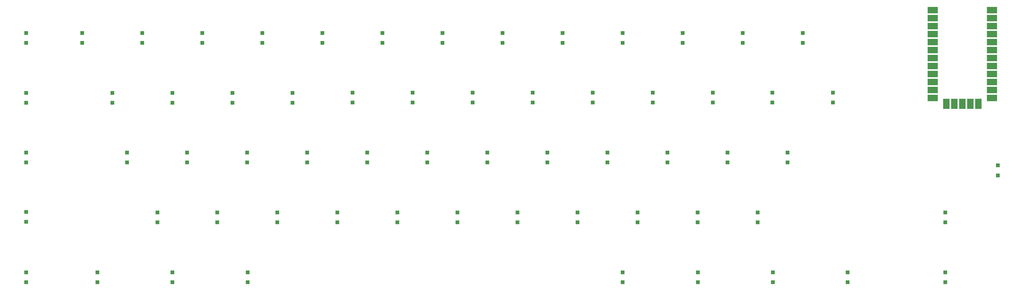
<source format=gbr>
G04 #@! TF.GenerationSoftware,KiCad,Pcbnew,(5.1.5)-3*
G04 #@! TF.CreationDate,2020-03-15T19:25:50-07:00*
G04 #@! TF.ProjectId,keyboard-layout,6b657962-6f61-4726-942d-6c61796f7574,rev?*
G04 #@! TF.SameCoordinates,Original*
G04 #@! TF.FileFunction,Paste,Top*
G04 #@! TF.FilePolarity,Positive*
%FSLAX46Y46*%
G04 Gerber Fmt 4.6, Leading zero omitted, Abs format (unit mm)*
G04 Created by KiCad (PCBNEW (5.1.5)-3) date 2020-03-15 19:25:50*
%MOMM*%
%LPD*%
G04 APERTURE LIST*
%ADD10R,3.250000X2.000000*%
%ADD11R,2.000000X3.250000*%
%ADD12R,1.200000X1.200000*%
G04 APERTURE END LIST*
D10*
X308895750Y-20955000D03*
X308895750Y-23495000D03*
X308895750Y-26035000D03*
X308895750Y-28575000D03*
X308895750Y-31115000D03*
X308895750Y-33655000D03*
X308895750Y-36195000D03*
X308895750Y-38735000D03*
X308895750Y-41275000D03*
X308895750Y-43815000D03*
X308895750Y-46355000D03*
X308895750Y-48895000D03*
X327691750Y-48895000D03*
X327691750Y-46355000D03*
X327691750Y-43815000D03*
X327691750Y-41275000D03*
X327691750Y-38735000D03*
X327691750Y-36195000D03*
X327691750Y-33655000D03*
X327691750Y-31115000D03*
X327691750Y-28575000D03*
X327691750Y-26035000D03*
X327691750Y-23495000D03*
X327691750Y-20955000D03*
D11*
X313213750Y-50800000D03*
X315753750Y-50800000D03*
X318293750Y-50800000D03*
X320833750Y-50800000D03*
X323373750Y-50800000D03*
D12*
X329565000Y-73523040D03*
X329565000Y-70373040D03*
X62992000Y-88443000D03*
X62992000Y-85293000D03*
X143891000Y-50343000D03*
X143891000Y-47193000D03*
X81915000Y-88443000D03*
X81915000Y-85293000D03*
X43942000Y-107493000D03*
X43942000Y-104343000D03*
X234442000Y-107493000D03*
X234442000Y-104343000D03*
X67691000Y-50470000D03*
X67691000Y-47320000D03*
X120015000Y-88443000D03*
X120015000Y-85293000D03*
X162941000Y-50343000D03*
X162941000Y-47193000D03*
X21336000Y-50470000D03*
X21336000Y-47320000D03*
X124841000Y-50343000D03*
X124841000Y-47193000D03*
X234315000Y-88443000D03*
X234315000Y-85293000D03*
X21336000Y-88316000D03*
X21336000Y-85166000D03*
X253365000Y-88443000D03*
X253365000Y-85293000D03*
X224790000Y-69393000D03*
X224790000Y-66243000D03*
X72390000Y-69393000D03*
X72390000Y-66243000D03*
X105791000Y-50470000D03*
X105791000Y-47320000D03*
X243840000Y-69393000D03*
X243840000Y-66243000D03*
X48641000Y-50470000D03*
X48641000Y-47320000D03*
X220091000Y-50343000D03*
X220091000Y-47193000D03*
X201041000Y-50343000D03*
X201041000Y-47193000D03*
X158115000Y-88443000D03*
X158115000Y-85293000D03*
X229616000Y-31420000D03*
X229616000Y-28270000D03*
X258191000Y-107493000D03*
X258191000Y-104343000D03*
X177165000Y-88443000D03*
X177165000Y-85293000D03*
X205740000Y-69393000D03*
X205740000Y-66243000D03*
X186690000Y-69393000D03*
X186690000Y-66243000D03*
X167640000Y-69393000D03*
X167640000Y-66243000D03*
X181991000Y-50343000D03*
X181991000Y-47193000D03*
X148590000Y-69393000D03*
X148590000Y-66243000D03*
X129540000Y-69393000D03*
X129540000Y-66243000D03*
X110490000Y-69393000D03*
X110490000Y-66243000D03*
X248666000Y-31420000D03*
X248666000Y-28270000D03*
X262890000Y-69393000D03*
X262890000Y-66243000D03*
X86741000Y-50470000D03*
X86741000Y-47320000D03*
X215265000Y-88443000D03*
X215265000Y-85293000D03*
X91440000Y-69393000D03*
X91440000Y-66243000D03*
X21336000Y-107493000D03*
X21336000Y-104343000D03*
X281940000Y-107493000D03*
X281940000Y-104343000D03*
X196215000Y-88443000D03*
X196215000Y-85293000D03*
X21336000Y-69393000D03*
X21336000Y-66243000D03*
X100965000Y-88443000D03*
X100965000Y-85293000D03*
X277241000Y-50343000D03*
X277241000Y-47193000D03*
X267716000Y-31420000D03*
X267716000Y-28270000D03*
X139065000Y-88443000D03*
X139065000Y-85293000D03*
X67691000Y-107493000D03*
X67691000Y-104343000D03*
X210566000Y-107493000D03*
X210566000Y-104343000D03*
X53340000Y-69393000D03*
X53340000Y-66243000D03*
X21336000Y-31420000D03*
X21336000Y-28270000D03*
X258064000Y-50376000D03*
X258064000Y-47226000D03*
X239141000Y-50343000D03*
X239141000Y-47193000D03*
X312928000Y-88443000D03*
X312928000Y-85293000D03*
X312928000Y-107493000D03*
X312928000Y-104343000D03*
X91567000Y-107493000D03*
X91567000Y-104343000D03*
X191516000Y-31420000D03*
X191516000Y-28270000D03*
X172466000Y-31420000D03*
X172466000Y-28270000D03*
X153416000Y-31420000D03*
X153416000Y-28270000D03*
X134366000Y-31420000D03*
X134366000Y-28270000D03*
X115316000Y-31420000D03*
X115316000Y-28270000D03*
X96266000Y-31420000D03*
X96266000Y-28270000D03*
X77216000Y-31420000D03*
X77216000Y-28270000D03*
X58166000Y-31420000D03*
X58166000Y-28270000D03*
X39116000Y-31420000D03*
X39116000Y-28270000D03*
X210566000Y-31420000D03*
X210566000Y-28270000D03*
M02*

</source>
